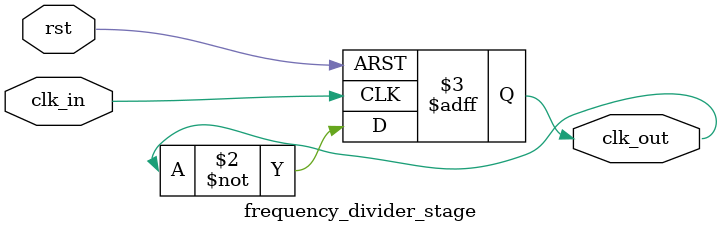
<source format=v>
module frequency_divider_stage
    (
        input clk_in,
        input rst,
        output reg clk_out
    );

	always @ (posedge clk_in, posedge rst) begin
        if (rst)
            clk_out	<= 1'b0;
        else
            clk_out	<= ~clk_out;
    end

endmodule

</source>
